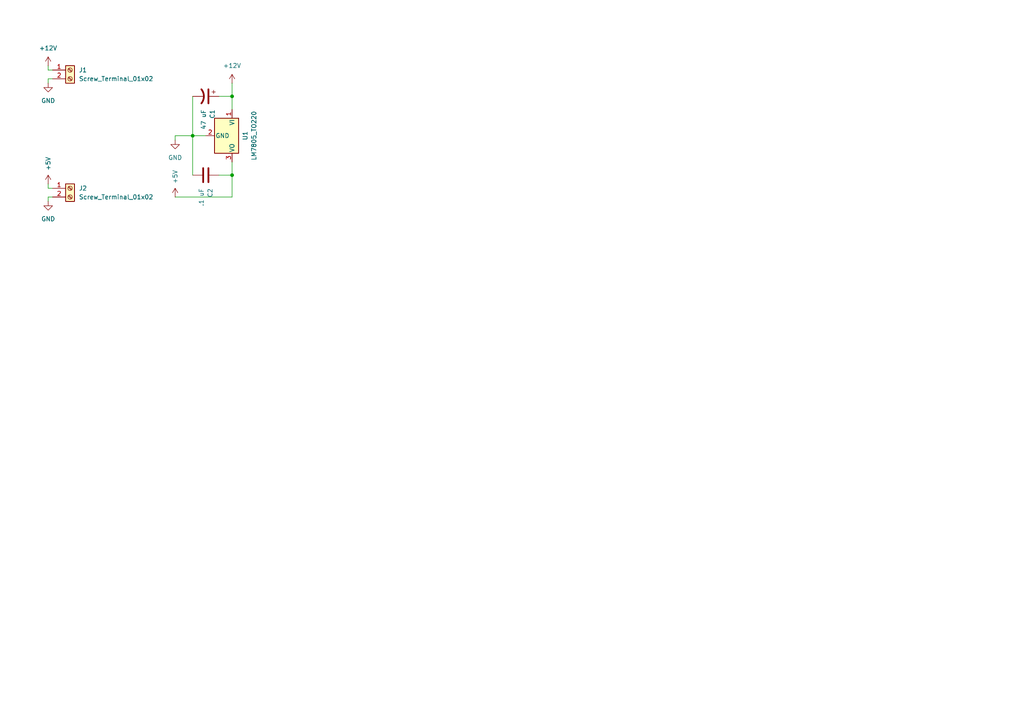
<source format=kicad_sch>
(kicad_sch
	(version 20250114)
	(generator "eeschema")
	(generator_version "9.0")
	(uuid "56326488-a2db-4f51-af84-6c2efc597ce8")
	(paper "A4")
	(title_block
		(title "12v to 5v Inverter")
		(date "10/6/2025")
		(rev "1.0.0")
		(company "PCR")
		(comment 1 "©2025, Aiden Nemec.")
	)
	(lib_symbols
		(symbol "Connector:Screw_Terminal_01x02"
			(pin_names
				(offset 1.016)
				(hide yes)
			)
			(exclude_from_sim no)
			(in_bom yes)
			(on_board yes)
			(property "Reference" "J"
				(at 0 2.54 0)
				(effects
					(font
						(size 1.27 1.27)
					)
				)
			)
			(property "Value" "Screw_Terminal_01x02"
				(at 0 -5.08 0)
				(effects
					(font
						(size 1.27 1.27)
					)
				)
			)
			(property "Footprint" ""
				(at 0 0 0)
				(effects
					(font
						(size 1.27 1.27)
					)
					(hide yes)
				)
			)
			(property "Datasheet" "~"
				(at 0 0 0)
				(effects
					(font
						(size 1.27 1.27)
					)
					(hide yes)
				)
			)
			(property "Description" "Generic screw terminal, single row, 01x02, script generated (kicad-library-utils/schlib/autogen/connector/)"
				(at 0 0 0)
				(effects
					(font
						(size 1.27 1.27)
					)
					(hide yes)
				)
			)
			(property "ki_keywords" "screw terminal"
				(at 0 0 0)
				(effects
					(font
						(size 1.27 1.27)
					)
					(hide yes)
				)
			)
			(property "ki_fp_filters" "TerminalBlock*:*"
				(at 0 0 0)
				(effects
					(font
						(size 1.27 1.27)
					)
					(hide yes)
				)
			)
			(symbol "Screw_Terminal_01x02_1_1"
				(rectangle
					(start -1.27 1.27)
					(end 1.27 -3.81)
					(stroke
						(width 0.254)
						(type default)
					)
					(fill
						(type background)
					)
				)
				(polyline
					(pts
						(xy -0.5334 0.3302) (xy 0.3302 -0.508)
					)
					(stroke
						(width 0.1524)
						(type default)
					)
					(fill
						(type none)
					)
				)
				(polyline
					(pts
						(xy -0.5334 -2.2098) (xy 0.3302 -3.048)
					)
					(stroke
						(width 0.1524)
						(type default)
					)
					(fill
						(type none)
					)
				)
				(polyline
					(pts
						(xy -0.3556 0.508) (xy 0.508 -0.3302)
					)
					(stroke
						(width 0.1524)
						(type default)
					)
					(fill
						(type none)
					)
				)
				(polyline
					(pts
						(xy -0.3556 -2.032) (xy 0.508 -2.8702)
					)
					(stroke
						(width 0.1524)
						(type default)
					)
					(fill
						(type none)
					)
				)
				(circle
					(center 0 0)
					(radius 0.635)
					(stroke
						(width 0.1524)
						(type default)
					)
					(fill
						(type none)
					)
				)
				(circle
					(center 0 -2.54)
					(radius 0.635)
					(stroke
						(width 0.1524)
						(type default)
					)
					(fill
						(type none)
					)
				)
				(pin passive line
					(at -5.08 0 0)
					(length 3.81)
					(name "Pin_1"
						(effects
							(font
								(size 1.27 1.27)
							)
						)
					)
					(number "1"
						(effects
							(font
								(size 1.27 1.27)
							)
						)
					)
				)
				(pin passive line
					(at -5.08 -2.54 0)
					(length 3.81)
					(name "Pin_2"
						(effects
							(font
								(size 1.27 1.27)
							)
						)
					)
					(number "2"
						(effects
							(font
								(size 1.27 1.27)
							)
						)
					)
				)
			)
			(embedded_fonts no)
		)
		(symbol "Device:C"
			(pin_numbers
				(hide yes)
			)
			(pin_names
				(offset 0.254)
			)
			(exclude_from_sim no)
			(in_bom yes)
			(on_board yes)
			(property "Reference" "C"
				(at 0.635 2.54 0)
				(effects
					(font
						(size 1.27 1.27)
					)
					(justify left)
				)
			)
			(property "Value" "C"
				(at 0.635 -2.54 0)
				(effects
					(font
						(size 1.27 1.27)
					)
					(justify left)
				)
			)
			(property "Footprint" ""
				(at 0.9652 -3.81 0)
				(effects
					(font
						(size 1.27 1.27)
					)
					(hide yes)
				)
			)
			(property "Datasheet" "~"
				(at 0 0 0)
				(effects
					(font
						(size 1.27 1.27)
					)
					(hide yes)
				)
			)
			(property "Description" "Unpolarized capacitor"
				(at 0 0 0)
				(effects
					(font
						(size 1.27 1.27)
					)
					(hide yes)
				)
			)
			(property "ki_keywords" "cap capacitor"
				(at 0 0 0)
				(effects
					(font
						(size 1.27 1.27)
					)
					(hide yes)
				)
			)
			(property "ki_fp_filters" "C_*"
				(at 0 0 0)
				(effects
					(font
						(size 1.27 1.27)
					)
					(hide yes)
				)
			)
			(symbol "C_0_1"
				(polyline
					(pts
						(xy -2.032 0.762) (xy 2.032 0.762)
					)
					(stroke
						(width 0.508)
						(type default)
					)
					(fill
						(type none)
					)
				)
				(polyline
					(pts
						(xy -2.032 -0.762) (xy 2.032 -0.762)
					)
					(stroke
						(width 0.508)
						(type default)
					)
					(fill
						(type none)
					)
				)
			)
			(symbol "C_1_1"
				(pin passive line
					(at 0 3.81 270)
					(length 2.794)
					(name "~"
						(effects
							(font
								(size 1.27 1.27)
							)
						)
					)
					(number "1"
						(effects
							(font
								(size 1.27 1.27)
							)
						)
					)
				)
				(pin passive line
					(at 0 -3.81 90)
					(length 2.794)
					(name "~"
						(effects
							(font
								(size 1.27 1.27)
							)
						)
					)
					(number "2"
						(effects
							(font
								(size 1.27 1.27)
							)
						)
					)
				)
			)
			(embedded_fonts no)
		)
		(symbol "Device:C_Polarized_US"
			(pin_numbers
				(hide yes)
			)
			(pin_names
				(offset 0.254)
				(hide yes)
			)
			(exclude_from_sim no)
			(in_bom yes)
			(on_board yes)
			(property "Reference" "C"
				(at 0.635 2.54 0)
				(effects
					(font
						(size 1.27 1.27)
					)
					(justify left)
				)
			)
			(property "Value" "C_Polarized_US"
				(at 0.635 -2.54 0)
				(effects
					(font
						(size 1.27 1.27)
					)
					(justify left)
				)
			)
			(property "Footprint" ""
				(at 0 0 0)
				(effects
					(font
						(size 1.27 1.27)
					)
					(hide yes)
				)
			)
			(property "Datasheet" "~"
				(at 0 0 0)
				(effects
					(font
						(size 1.27 1.27)
					)
					(hide yes)
				)
			)
			(property "Description" "Polarized capacitor, US symbol"
				(at 0 0 0)
				(effects
					(font
						(size 1.27 1.27)
					)
					(hide yes)
				)
			)
			(property "ki_keywords" "cap capacitor"
				(at 0 0 0)
				(effects
					(font
						(size 1.27 1.27)
					)
					(hide yes)
				)
			)
			(property "ki_fp_filters" "CP_*"
				(at 0 0 0)
				(effects
					(font
						(size 1.27 1.27)
					)
					(hide yes)
				)
			)
			(symbol "C_Polarized_US_0_1"
				(polyline
					(pts
						(xy -2.032 0.762) (xy 2.032 0.762)
					)
					(stroke
						(width 0.508)
						(type default)
					)
					(fill
						(type none)
					)
				)
				(polyline
					(pts
						(xy -1.778 2.286) (xy -0.762 2.286)
					)
					(stroke
						(width 0)
						(type default)
					)
					(fill
						(type none)
					)
				)
				(polyline
					(pts
						(xy -1.27 1.778) (xy -1.27 2.794)
					)
					(stroke
						(width 0)
						(type default)
					)
					(fill
						(type none)
					)
				)
				(arc
					(start -2.032 -1.27)
					(mid 0 -0.5572)
					(end 2.032 -1.27)
					(stroke
						(width 0.508)
						(type default)
					)
					(fill
						(type none)
					)
				)
			)
			(symbol "C_Polarized_US_1_1"
				(pin passive line
					(at 0 3.81 270)
					(length 2.794)
					(name "~"
						(effects
							(font
								(size 1.27 1.27)
							)
						)
					)
					(number "1"
						(effects
							(font
								(size 1.27 1.27)
							)
						)
					)
				)
				(pin passive line
					(at 0 -3.81 90)
					(length 3.302)
					(name "~"
						(effects
							(font
								(size 1.27 1.27)
							)
						)
					)
					(number "2"
						(effects
							(font
								(size 1.27 1.27)
							)
						)
					)
				)
			)
			(embedded_fonts no)
		)
		(symbol "Regulator_Linear:LM7805_TO220"
			(pin_names
				(offset 0.254)
			)
			(exclude_from_sim no)
			(in_bom yes)
			(on_board yes)
			(property "Reference" "U"
				(at -3.81 3.175 0)
				(effects
					(font
						(size 1.27 1.27)
					)
				)
			)
			(property "Value" "LM7805_TO220"
				(at 0 3.175 0)
				(effects
					(font
						(size 1.27 1.27)
					)
					(justify left)
				)
			)
			(property "Footprint" "Package_TO_SOT_THT:TO-220-3_Vertical"
				(at 0 5.715 0)
				(effects
					(font
						(size 1.27 1.27)
						(italic yes)
					)
					(hide yes)
				)
			)
			(property "Datasheet" "https://www.onsemi.cn/PowerSolutions/document/MC7800-D.PDF"
				(at 0 -1.27 0)
				(effects
					(font
						(size 1.27 1.27)
					)
					(hide yes)
				)
			)
			(property "Description" "Positive 1A 35V Linear Regulator, Fixed Output 5V, TO-220"
				(at 0 0 0)
				(effects
					(font
						(size 1.27 1.27)
					)
					(hide yes)
				)
			)
			(property "ki_keywords" "Voltage Regulator 1A Positive"
				(at 0 0 0)
				(effects
					(font
						(size 1.27 1.27)
					)
					(hide yes)
				)
			)
			(property "ki_fp_filters" "TO?220*"
				(at 0 0 0)
				(effects
					(font
						(size 1.27 1.27)
					)
					(hide yes)
				)
			)
			(symbol "LM7805_TO220_0_1"
				(rectangle
					(start -5.08 1.905)
					(end 5.08 -5.08)
					(stroke
						(width 0.254)
						(type default)
					)
					(fill
						(type background)
					)
				)
			)
			(symbol "LM7805_TO220_1_1"
				(pin power_in line
					(at -7.62 0 0)
					(length 2.54)
					(name "VI"
						(effects
							(font
								(size 1.27 1.27)
							)
						)
					)
					(number "1"
						(effects
							(font
								(size 1.27 1.27)
							)
						)
					)
				)
				(pin power_in line
					(at 0 -7.62 90)
					(length 2.54)
					(name "GND"
						(effects
							(font
								(size 1.27 1.27)
							)
						)
					)
					(number "2"
						(effects
							(font
								(size 1.27 1.27)
							)
						)
					)
				)
				(pin power_out line
					(at 7.62 0 180)
					(length 2.54)
					(name "VO"
						(effects
							(font
								(size 1.27 1.27)
							)
						)
					)
					(number "3"
						(effects
							(font
								(size 1.27 1.27)
							)
						)
					)
				)
			)
			(embedded_fonts no)
		)
		(symbol "power:+12V"
			(power)
			(pin_numbers
				(hide yes)
			)
			(pin_names
				(offset 0)
				(hide yes)
			)
			(exclude_from_sim no)
			(in_bom yes)
			(on_board yes)
			(property "Reference" "#PWR"
				(at 0 -3.81 0)
				(effects
					(font
						(size 1.27 1.27)
					)
					(hide yes)
				)
			)
			(property "Value" "+12V"
				(at 0 3.556 0)
				(effects
					(font
						(size 1.27 1.27)
					)
				)
			)
			(property "Footprint" ""
				(at 0 0 0)
				(effects
					(font
						(size 1.27 1.27)
					)
					(hide yes)
				)
			)
			(property "Datasheet" ""
				(at 0 0 0)
				(effects
					(font
						(size 1.27 1.27)
					)
					(hide yes)
				)
			)
			(property "Description" "Power symbol creates a global label with name \"+12V\""
				(at 0 0 0)
				(effects
					(font
						(size 1.27 1.27)
					)
					(hide yes)
				)
			)
			(property "ki_keywords" "global power"
				(at 0 0 0)
				(effects
					(font
						(size 1.27 1.27)
					)
					(hide yes)
				)
			)
			(symbol "+12V_0_1"
				(polyline
					(pts
						(xy -0.762 1.27) (xy 0 2.54)
					)
					(stroke
						(width 0)
						(type default)
					)
					(fill
						(type none)
					)
				)
				(polyline
					(pts
						(xy 0 2.54) (xy 0.762 1.27)
					)
					(stroke
						(width 0)
						(type default)
					)
					(fill
						(type none)
					)
				)
				(polyline
					(pts
						(xy 0 0) (xy 0 2.54)
					)
					(stroke
						(width 0)
						(type default)
					)
					(fill
						(type none)
					)
				)
			)
			(symbol "+12V_1_1"
				(pin power_in line
					(at 0 0 90)
					(length 0)
					(name "~"
						(effects
							(font
								(size 1.27 1.27)
							)
						)
					)
					(number "1"
						(effects
							(font
								(size 1.27 1.27)
							)
						)
					)
				)
			)
			(embedded_fonts no)
		)
		(symbol "power:+5V"
			(power)
			(pin_numbers
				(hide yes)
			)
			(pin_names
				(offset 0)
				(hide yes)
			)
			(exclude_from_sim no)
			(in_bom yes)
			(on_board yes)
			(property "Reference" "#PWR"
				(at 0 -3.81 0)
				(effects
					(font
						(size 1.27 1.27)
					)
					(hide yes)
				)
			)
			(property "Value" "+5V"
				(at 0 3.556 0)
				(effects
					(font
						(size 1.27 1.27)
					)
				)
			)
			(property "Footprint" ""
				(at 0 0 0)
				(effects
					(font
						(size 1.27 1.27)
					)
					(hide yes)
				)
			)
			(property "Datasheet" ""
				(at 0 0 0)
				(effects
					(font
						(size 1.27 1.27)
					)
					(hide yes)
				)
			)
			(property "Description" "Power symbol creates a global label with name \"+5V\""
				(at 0 0 0)
				(effects
					(font
						(size 1.27 1.27)
					)
					(hide yes)
				)
			)
			(property "ki_keywords" "global power"
				(at 0 0 0)
				(effects
					(font
						(size 1.27 1.27)
					)
					(hide yes)
				)
			)
			(symbol "+5V_0_1"
				(polyline
					(pts
						(xy -0.762 1.27) (xy 0 2.54)
					)
					(stroke
						(width 0)
						(type default)
					)
					(fill
						(type none)
					)
				)
				(polyline
					(pts
						(xy 0 2.54) (xy 0.762 1.27)
					)
					(stroke
						(width 0)
						(type default)
					)
					(fill
						(type none)
					)
				)
				(polyline
					(pts
						(xy 0 0) (xy 0 2.54)
					)
					(stroke
						(width 0)
						(type default)
					)
					(fill
						(type none)
					)
				)
			)
			(symbol "+5V_1_1"
				(pin power_in line
					(at 0 0 90)
					(length 0)
					(name "~"
						(effects
							(font
								(size 1.27 1.27)
							)
						)
					)
					(number "1"
						(effects
							(font
								(size 1.27 1.27)
							)
						)
					)
				)
			)
			(embedded_fonts no)
		)
		(symbol "power:GND"
			(power)
			(pin_numbers
				(hide yes)
			)
			(pin_names
				(offset 0)
				(hide yes)
			)
			(exclude_from_sim no)
			(in_bom yes)
			(on_board yes)
			(property "Reference" "#PWR"
				(at 0 -6.35 0)
				(effects
					(font
						(size 1.27 1.27)
					)
					(hide yes)
				)
			)
			(property "Value" "GND"
				(at 0 -3.81 0)
				(effects
					(font
						(size 1.27 1.27)
					)
				)
			)
			(property "Footprint" ""
				(at 0 0 0)
				(effects
					(font
						(size 1.27 1.27)
					)
					(hide yes)
				)
			)
			(property "Datasheet" ""
				(at 0 0 0)
				(effects
					(font
						(size 1.27 1.27)
					)
					(hide yes)
				)
			)
			(property "Description" "Power symbol creates a global label with name \"GND\" , ground"
				(at 0 0 0)
				(effects
					(font
						(size 1.27 1.27)
					)
					(hide yes)
				)
			)
			(property "ki_keywords" "global power"
				(at 0 0 0)
				(effects
					(font
						(size 1.27 1.27)
					)
					(hide yes)
				)
			)
			(symbol "GND_0_1"
				(polyline
					(pts
						(xy 0 0) (xy 0 -1.27) (xy 1.27 -1.27) (xy 0 -2.54) (xy -1.27 -1.27) (xy 0 -1.27)
					)
					(stroke
						(width 0)
						(type default)
					)
					(fill
						(type none)
					)
				)
			)
			(symbol "GND_1_1"
				(pin power_in line
					(at 0 0 270)
					(length 0)
					(name "~"
						(effects
							(font
								(size 1.27 1.27)
							)
						)
					)
					(number "1"
						(effects
							(font
								(size 1.27 1.27)
							)
						)
					)
				)
			)
			(embedded_fonts no)
		)
	)
	(junction
		(at 67.31 27.94)
		(diameter 0)
		(color 0 0 0 0)
		(uuid "0bda7e49-5a63-40de-adc4-406d4251e826")
	)
	(junction
		(at 67.31 50.8)
		(diameter 0)
		(color 0 0 0 0)
		(uuid "36908fdc-bc19-4f80-965d-2e150e193b30")
	)
	(junction
		(at 55.88 39.37)
		(diameter 0)
		(color 0 0 0 0)
		(uuid "d10035a7-7a0c-4226-aa82-acffddf2e22e")
	)
	(wire
		(pts
			(xy 13.97 22.86) (xy 15.24 22.86)
		)
		(stroke
			(width 0)
			(type default)
		)
		(uuid "028ab53f-3d95-4154-ba9d-c4e0aa05aa81")
	)
	(wire
		(pts
			(xy 13.97 20.32) (xy 13.97 19.05)
		)
		(stroke
			(width 0)
			(type default)
		)
		(uuid "0f9a3fb3-d807-46f0-a9c2-6b22252a39b9")
	)
	(wire
		(pts
			(xy 55.88 39.37) (xy 55.88 50.8)
		)
		(stroke
			(width 0)
			(type default)
		)
		(uuid "30518993-5b68-4e05-9c1f-8b518754f3bf")
	)
	(wire
		(pts
			(xy 50.8 39.37) (xy 55.88 39.37)
		)
		(stroke
			(width 0)
			(type default)
		)
		(uuid "3a0fa607-b733-4f9f-8c7f-eeb98dabc97a")
	)
	(wire
		(pts
			(xy 63.5 50.8) (xy 67.31 50.8)
		)
		(stroke
			(width 0)
			(type default)
		)
		(uuid "42a0e076-88eb-4d3b-a5e2-fc73459ecc44")
	)
	(wire
		(pts
			(xy 67.31 27.94) (xy 67.31 31.75)
		)
		(stroke
			(width 0)
			(type default)
		)
		(uuid "49f7658c-488b-458d-b1cf-e288022e7bfa")
	)
	(wire
		(pts
			(xy 13.97 53.34) (xy 13.97 54.61)
		)
		(stroke
			(width 0)
			(type default)
		)
		(uuid "4b1ed862-71ae-46de-9834-9bc02219a461")
	)
	(wire
		(pts
			(xy 67.31 27.94) (xy 63.5 27.94)
		)
		(stroke
			(width 0)
			(type default)
		)
		(uuid "5b8c7b1a-fdf7-4d25-aef5-cd8c529fabdc")
	)
	(wire
		(pts
			(xy 67.31 57.15) (xy 67.31 50.8)
		)
		(stroke
			(width 0)
			(type default)
		)
		(uuid "6b1cafda-7cbe-46ad-8c4b-bfd8ef6b3ab0")
	)
	(wire
		(pts
			(xy 50.8 40.64) (xy 50.8 39.37)
		)
		(stroke
			(width 0)
			(type default)
		)
		(uuid "950a8654-5c09-47be-bb11-f9db9559e3b6")
	)
	(wire
		(pts
			(xy 50.8 57.15) (xy 67.31 57.15)
		)
		(stroke
			(width 0)
			(type default)
		)
		(uuid "aa8316ae-5ac2-4e16-811c-3830b152fbea")
	)
	(wire
		(pts
			(xy 15.24 20.32) (xy 13.97 20.32)
		)
		(stroke
			(width 0)
			(type default)
		)
		(uuid "b116cd9f-57ae-43c4-ac66-3544d9464760")
	)
	(wire
		(pts
			(xy 13.97 57.15) (xy 13.97 58.42)
		)
		(stroke
			(width 0)
			(type default)
		)
		(uuid "bebf8596-b41e-4171-9351-bd9e962b4ee7")
	)
	(wire
		(pts
			(xy 55.88 39.37) (xy 55.88 27.94)
		)
		(stroke
			(width 0)
			(type default)
		)
		(uuid "c195450a-77d4-424b-8be2-8ae506174774")
	)
	(wire
		(pts
			(xy 67.31 50.8) (xy 67.31 46.99)
		)
		(stroke
			(width 0)
			(type default)
		)
		(uuid "c99c5e96-f608-4944-8d54-e1740fb7e878")
	)
	(wire
		(pts
			(xy 59.69 39.37) (xy 55.88 39.37)
		)
		(stroke
			(width 0)
			(type default)
		)
		(uuid "d9162369-cea1-4918-90fc-99851a6c4e78")
	)
	(wire
		(pts
			(xy 13.97 24.13) (xy 13.97 22.86)
		)
		(stroke
			(width 0)
			(type default)
		)
		(uuid "db618d52-d31d-4f0a-ab03-bafd4f9a4e6c")
	)
	(wire
		(pts
			(xy 13.97 54.61) (xy 15.24 54.61)
		)
		(stroke
			(width 0)
			(type default)
		)
		(uuid "e122d914-9b52-41a9-8e4c-9a595284d850")
	)
	(wire
		(pts
			(xy 15.24 57.15) (xy 13.97 57.15)
		)
		(stroke
			(width 0)
			(type default)
		)
		(uuid "ec93a2ba-0467-4e11-a768-68191e8e5cd3")
	)
	(wire
		(pts
			(xy 67.31 24.13) (xy 67.31 27.94)
		)
		(stroke
			(width 0)
			(type default)
		)
		(uuid "f52cefd6-c716-4c2b-bd05-526243343f3d")
	)
	(symbol
		(lib_id "power:GND")
		(at 50.8 40.64 0)
		(unit 1)
		(exclude_from_sim no)
		(in_bom yes)
		(on_board yes)
		(dnp no)
		(fields_autoplaced yes)
		(uuid "2066537f-2c61-493d-be8c-d77d751a345b")
		(property "Reference" "#PWR05"
			(at 50.8 46.99 0)
			(effects
				(font
					(size 1.27 1.27)
				)
				(hide yes)
			)
		)
		(property "Value" "GND"
			(at 50.8 45.72 0)
			(effects
				(font
					(size 1.27 1.27)
				)
			)
		)
		(property "Footprint" ""
			(at 50.8 40.64 0)
			(effects
				(font
					(size 1.27 1.27)
				)
				(hide yes)
			)
		)
		(property "Datasheet" ""
			(at 50.8 40.64 0)
			(effects
				(font
					(size 1.27 1.27)
				)
				(hide yes)
			)
		)
		(property "Description" "Power symbol creates a global label with name \"GND\" , ground"
			(at 50.8 40.64 0)
			(effects
				(font
					(size 1.27 1.27)
				)
				(hide yes)
			)
		)
		(pin "1"
			(uuid "2a34f3c9-69d0-4959-9f25-f958a464834f")
		)
		(instances
			(project "KiCad test Of knowledge"
				(path "/56326488-a2db-4f51-af84-6c2efc597ce8"
					(reference "#PWR05")
					(unit 1)
				)
			)
		)
	)
	(symbol
		(lib_id "power:GND")
		(at 13.97 58.42 0)
		(unit 1)
		(exclude_from_sim no)
		(in_bom yes)
		(on_board yes)
		(dnp no)
		(fields_autoplaced yes)
		(uuid "47c9233e-6ab4-4419-943c-08f576daf66c")
		(property "Reference" "#PWR04"
			(at 13.97 64.77 0)
			(effects
				(font
					(size 1.27 1.27)
				)
				(hide yes)
			)
		)
		(property "Value" "GND"
			(at 13.97 63.5 0)
			(effects
				(font
					(size 1.27 1.27)
				)
			)
		)
		(property "Footprint" ""
			(at 13.97 58.42 0)
			(effects
				(font
					(size 1.27 1.27)
				)
				(hide yes)
			)
		)
		(property "Datasheet" ""
			(at 13.97 58.42 0)
			(effects
				(font
					(size 1.27 1.27)
				)
				(hide yes)
			)
		)
		(property "Description" "Power symbol creates a global label with name \"GND\" , ground"
			(at 13.97 58.42 0)
			(effects
				(font
					(size 1.27 1.27)
				)
				(hide yes)
			)
		)
		(pin "1"
			(uuid "c5b72710-402f-424f-ad26-319c37a96483")
		)
		(instances
			(project "KiCad test Of knowledge"
				(path "/56326488-a2db-4f51-af84-6c2efc597ce8"
					(reference "#PWR04")
					(unit 1)
				)
			)
		)
	)
	(symbol
		(lib_id "power:+12V")
		(at 13.97 19.05 0)
		(unit 1)
		(exclude_from_sim no)
		(in_bom yes)
		(on_board yes)
		(dnp no)
		(fields_autoplaced yes)
		(uuid "6287423a-e6e8-47b6-8197-ccc172f9c73a")
		(property "Reference" "#PWR01"
			(at 13.97 22.86 0)
			(effects
				(font
					(size 1.27 1.27)
				)
				(hide yes)
			)
		)
		(property "Value" "+12V"
			(at 13.97 13.97 0)
			(effects
				(font
					(size 1.27 1.27)
				)
			)
		)
		(property "Footprint" ""
			(at 13.97 19.05 0)
			(effects
				(font
					(size 1.27 1.27)
				)
				(hide yes)
			)
		)
		(property "Datasheet" ""
			(at 13.97 19.05 0)
			(effects
				(font
					(size 1.27 1.27)
				)
				(hide yes)
			)
		)
		(property "Description" "Power symbol creates a global label with name \"+12V\""
			(at 13.97 19.05 0)
			(effects
				(font
					(size 1.27 1.27)
				)
				(hide yes)
			)
		)
		(pin "1"
			(uuid "7a349553-5395-44ad-9af6-95442e9dbe0d")
		)
		(instances
			(project ""
				(path "/56326488-a2db-4f51-af84-6c2efc597ce8"
					(reference "#PWR01")
					(unit 1)
				)
			)
		)
	)
	(symbol
		(lib_id "Connector:Screw_Terminal_01x02")
		(at 20.32 20.32 0)
		(unit 1)
		(exclude_from_sim no)
		(in_bom yes)
		(on_board yes)
		(dnp no)
		(fields_autoplaced yes)
		(uuid "650e5e85-4a72-451c-a1c9-a39b1a2d340f")
		(property "Reference" "J1"
			(at 22.86 20.3199 0)
			(effects
				(font
					(size 1.27 1.27)
				)
				(justify left)
			)
		)
		(property "Value" "Screw_Terminal_01x02"
			(at 22.86 22.8599 0)
			(effects
				(font
					(size 1.27 1.27)
				)
				(justify left)
			)
		)
		(property "Footprint" "TerminalBlock_4Ucon:TerminalBlock_4Ucon_1x02_P3.50mm_Vertical"
			(at 20.32 20.32 0)
			(effects
				(font
					(size 1.27 1.27)
				)
				(hide yes)
			)
		)
		(property "Datasheet" "~"
			(at 20.32 20.32 0)
			(effects
				(font
					(size 1.27 1.27)
				)
				(hide yes)
			)
		)
		(property "Description" "Generic screw terminal, single row, 01x02, script generated (kicad-library-utils/schlib/autogen/connector/)"
			(at 20.32 20.32 0)
			(effects
				(font
					(size 1.27 1.27)
				)
				(hide yes)
			)
		)
		(pin "2"
			(uuid "a2b0d0ae-0f12-4a5e-9e63-c763512307eb")
		)
		(pin "1"
			(uuid "12dddd50-9d4a-4471-bafa-b0571dfd3792")
		)
		(instances
			(project ""
				(path "/56326488-a2db-4f51-af84-6c2efc597ce8"
					(reference "J1")
					(unit 1)
				)
			)
		)
	)
	(symbol
		(lib_id "power:+12V")
		(at 67.31 24.13 0)
		(unit 1)
		(exclude_from_sim no)
		(in_bom yes)
		(on_board yes)
		(dnp no)
		(fields_autoplaced yes)
		(uuid "7038b0f4-4a6a-4ccc-833b-e2998c9e07be")
		(property "Reference" "#PWR06"
			(at 67.31 27.94 0)
			(effects
				(font
					(size 1.27 1.27)
				)
				(hide yes)
			)
		)
		(property "Value" "+12V"
			(at 67.31 19.05 0)
			(effects
				(font
					(size 1.27 1.27)
				)
			)
		)
		(property "Footprint" ""
			(at 67.31 24.13 0)
			(effects
				(font
					(size 1.27 1.27)
				)
				(hide yes)
			)
		)
		(property "Datasheet" ""
			(at 67.31 24.13 0)
			(effects
				(font
					(size 1.27 1.27)
				)
				(hide yes)
			)
		)
		(property "Description" "Power symbol creates a global label with name \"+12V\""
			(at 67.31 24.13 0)
			(effects
				(font
					(size 1.27 1.27)
				)
				(hide yes)
			)
		)
		(pin "1"
			(uuid "66967366-f2e4-44a2-af87-6543a1b4c769")
		)
		(instances
			(project "KiCad test Of knowledge"
				(path "/56326488-a2db-4f51-af84-6c2efc597ce8"
					(reference "#PWR06")
					(unit 1)
				)
			)
		)
	)
	(symbol
		(lib_id "power:+5V")
		(at 50.8 57.15 0)
		(unit 1)
		(exclude_from_sim no)
		(in_bom yes)
		(on_board yes)
		(dnp no)
		(uuid "7a557c13-1e27-4fe0-b09c-138fec560af9")
		(property "Reference" "#PWR07"
			(at 50.8 60.96 0)
			(effects
				(font
					(size 1.27 1.27)
				)
				(hide yes)
			)
		)
		(property "Value" "+5V"
			(at 50.8001 53.34 90)
			(effects
				(font
					(size 1.27 1.27)
				)
				(justify left)
			)
		)
		(property "Footprint" ""
			(at 50.8 57.15 0)
			(effects
				(font
					(size 1.27 1.27)
				)
				(hide yes)
			)
		)
		(property "Datasheet" ""
			(at 50.8 57.15 0)
			(effects
				(font
					(size 1.27 1.27)
				)
				(hide yes)
			)
		)
		(property "Description" "Power symbol creates a global label with name \"+5V\""
			(at 50.8 57.15 0)
			(effects
				(font
					(size 1.27 1.27)
				)
				(hide yes)
			)
		)
		(pin "1"
			(uuid "d1ad7553-819c-432c-bf43-7e83f2615d63")
		)
		(instances
			(project "KiCad test Of knowledge"
				(path "/56326488-a2db-4f51-af84-6c2efc597ce8"
					(reference "#PWR07")
					(unit 1)
				)
			)
		)
	)
	(symbol
		(lib_id "power:GND")
		(at 13.97 24.13 0)
		(unit 1)
		(exclude_from_sim no)
		(in_bom yes)
		(on_board yes)
		(dnp no)
		(fields_autoplaced yes)
		(uuid "9966826d-5312-482a-94ca-408f3ff4fc10")
		(property "Reference" "#PWR02"
			(at 13.97 30.48 0)
			(effects
				(font
					(size 1.27 1.27)
				)
				(hide yes)
			)
		)
		(property "Value" "GND"
			(at 13.97 29.21 0)
			(effects
				(font
					(size 1.27 1.27)
				)
			)
		)
		(property "Footprint" ""
			(at 13.97 24.13 0)
			(effects
				(font
					(size 1.27 1.27)
				)
				(hide yes)
			)
		)
		(property "Datasheet" ""
			(at 13.97 24.13 0)
			(effects
				(font
					(size 1.27 1.27)
				)
				(hide yes)
			)
		)
		(property "Description" "Power symbol creates a global label with name \"GND\" , ground"
			(at 13.97 24.13 0)
			(effects
				(font
					(size 1.27 1.27)
				)
				(hide yes)
			)
		)
		(pin "1"
			(uuid "c7cc3561-9ed2-4340-9c88-a2ce06ad1e24")
		)
		(instances
			(project ""
				(path "/56326488-a2db-4f51-af84-6c2efc597ce8"
					(reference "#PWR02")
					(unit 1)
				)
			)
		)
	)
	(symbol
		(lib_id "Device:C_Polarized_US")
		(at 59.69 27.94 270)
		(unit 1)
		(exclude_from_sim no)
		(in_bom yes)
		(on_board yes)
		(dnp no)
		(uuid "a7528c49-fccb-4c88-9408-f1e74c965c7d")
		(property "Reference" "C1"
			(at 61.5951 31.75 0)
			(effects
				(font
					(size 1.27 1.27)
				)
				(justify left)
			)
		)
		(property "Value" "47 uF"
			(at 59.0551 31.75 0)
			(effects
				(font
					(size 1.27 1.27)
				)
				(justify left)
			)
		)
		(property "Footprint" "Capacitor_THT:CP_Radial_D30.0mm_P10.00mm_SnapIn"
			(at 59.69 27.94 0)
			(effects
				(font
					(size 1.27 1.27)
				)
				(hide yes)
			)
		)
		(property "Datasheet" "~"
			(at 59.69 27.94 0)
			(effects
				(font
					(size 1.27 1.27)
				)
				(hide yes)
			)
		)
		(property "Description" "Polarized capacitor, US symbol"
			(at 59.69 27.94 0)
			(effects
				(font
					(size 1.27 1.27)
				)
				(hide yes)
			)
		)
		(pin "1"
			(uuid "b8d6339c-21c4-49c2-89f1-3d42de2861b6")
		)
		(pin "2"
			(uuid "8d20e255-4c3b-48c8-be12-fda32c1cfb7a")
		)
		(instances
			(project ""
				(path "/56326488-a2db-4f51-af84-6c2efc597ce8"
					(reference "C1")
					(unit 1)
				)
			)
		)
	)
	(symbol
		(lib_id "Connector:Screw_Terminal_01x02")
		(at 20.32 54.61 0)
		(unit 1)
		(exclude_from_sim no)
		(in_bom yes)
		(on_board yes)
		(dnp no)
		(fields_autoplaced yes)
		(uuid "bd74ab08-a184-48de-9ba6-0c39c472e886")
		(property "Reference" "J2"
			(at 22.86 54.6099 0)
			(effects
				(font
					(size 1.27 1.27)
				)
				(justify left)
			)
		)
		(property "Value" "Screw_Terminal_01x02"
			(at 22.86 57.1499 0)
			(effects
				(font
					(size 1.27 1.27)
				)
				(justify left)
			)
		)
		(property "Footprint" "TerminalBlock_4Ucon:TerminalBlock_4Ucon_1x02_P3.50mm_Vertical"
			(at 20.32 54.61 0)
			(effects
				(font
					(size 1.27 1.27)
				)
				(hide yes)
			)
		)
		(property "Datasheet" "~"
			(at 20.32 54.61 0)
			(effects
				(font
					(size 1.27 1.27)
				)
				(hide yes)
			)
		)
		(property "Description" "Generic screw terminal, single row, 01x02, script generated (kicad-library-utils/schlib/autogen/connector/)"
			(at 20.32 54.61 0)
			(effects
				(font
					(size 1.27 1.27)
				)
				(hide yes)
			)
		)
		(pin "2"
			(uuid "2c98633d-0537-468e-9e0c-3a92e868742c")
		)
		(pin "1"
			(uuid "6817ee82-7d93-4f21-961c-d22bfad91fae")
		)
		(instances
			(project "KiCad test Of knowledge"
				(path "/56326488-a2db-4f51-af84-6c2efc597ce8"
					(reference "J2")
					(unit 1)
				)
			)
		)
	)
	(symbol
		(lib_id "power:+5V")
		(at 13.97 53.34 0)
		(unit 1)
		(exclude_from_sim no)
		(in_bom yes)
		(on_board yes)
		(dnp no)
		(uuid "e2a441b6-3bcc-414a-80af-605b1f9d9fbb")
		(property "Reference" "#PWR03"
			(at 13.97 57.15 0)
			(effects
				(font
					(size 1.27 1.27)
				)
				(hide yes)
			)
		)
		(property "Value" "+5V"
			(at 13.9701 49.53 90)
			(effects
				(font
					(size 1.27 1.27)
				)
				(justify left)
			)
		)
		(property "Footprint" ""
			(at 13.97 53.34 0)
			(effects
				(font
					(size 1.27 1.27)
				)
				(hide yes)
			)
		)
		(property "Datasheet" ""
			(at 13.97 53.34 0)
			(effects
				(font
					(size 1.27 1.27)
				)
				(hide yes)
			)
		)
		(property "Description" "Power symbol creates a global label with name \"+5V\""
			(at 13.97 53.34 0)
			(effects
				(font
					(size 1.27 1.27)
				)
				(hide yes)
			)
		)
		(pin "1"
			(uuid "ca9b899b-450a-48cf-b3ae-45bdc4b6b34e")
		)
		(instances
			(project ""
				(path "/56326488-a2db-4f51-af84-6c2efc597ce8"
					(reference "#PWR03")
					(unit 1)
				)
			)
		)
	)
	(symbol
		(lib_id "Device:C")
		(at 59.69 50.8 270)
		(unit 1)
		(exclude_from_sim no)
		(in_bom yes)
		(on_board yes)
		(dnp no)
		(uuid "ee9b63ec-15bd-4523-b050-e64b35c50579")
		(property "Reference" "C2"
			(at 60.9601 54.61 0)
			(effects
				(font
					(size 1.27 1.27)
				)
				(justify left)
			)
		)
		(property "Value" ".1 uF"
			(at 58.4201 54.61 0)
			(effects
				(font
					(size 1.27 1.27)
				)
				(justify left)
			)
		)
		(property "Footprint" "Capacitor_SMD:C_0805_2012Metric"
			(at 55.88 51.7652 0)
			(effects
				(font
					(size 1.27 1.27)
				)
				(hide yes)
			)
		)
		(property "Datasheet" "~"
			(at 59.69 50.8 0)
			(effects
				(font
					(size 1.27 1.27)
				)
				(hide yes)
			)
		)
		(property "Description" "Unpolarized capacitor"
			(at 59.69 50.8 0)
			(effects
				(font
					(size 1.27 1.27)
				)
				(hide yes)
			)
		)
		(pin "2"
			(uuid "9f583096-813f-4d63-9dad-ff990bf01777")
		)
		(pin "1"
			(uuid "d2aed579-f4da-4419-8c88-9eafe173102a")
		)
		(instances
			(project ""
				(path "/56326488-a2db-4f51-af84-6c2efc597ce8"
					(reference "C2")
					(unit 1)
				)
			)
		)
	)
	(symbol
		(lib_id "Regulator_Linear:LM7805_TO220")
		(at 67.31 39.37 270)
		(unit 1)
		(exclude_from_sim no)
		(in_bom yes)
		(on_board yes)
		(dnp no)
		(fields_autoplaced yes)
		(uuid "f03b213f-cfe5-455e-bece-53cae1afbe43")
		(property "Reference" "U1"
			(at 71.12 39.37 0)
			(effects
				(font
					(size 1.27 1.27)
				)
			)
		)
		(property "Value" "LM7805_TO220"
			(at 73.66 39.37 0)
			(effects
				(font
					(size 1.27 1.27)
				)
			)
		)
		(property "Footprint" "Package_TO_SOT_THT:TO-220-3_Vertical"
			(at 73.025 39.37 0)
			(effects
				(font
					(size 1.27 1.27)
					(italic yes)
				)
				(hide yes)
			)
		)
		(property "Datasheet" "https://www.onsemi.cn/PowerSolutions/document/MC7800-D.PDF"
			(at 66.04 39.37 0)
			(effects
				(font
					(size 1.27 1.27)
				)
				(hide yes)
			)
		)
		(property "Description" "Positive 1A 35V Linear Regulator, Fixed Output 5V, TO-220"
			(at 67.31 39.37 0)
			(effects
				(font
					(size 1.27 1.27)
				)
				(hide yes)
			)
		)
		(pin "3"
			(uuid "bfe26e24-bf1c-4ac0-990d-69459cc001ef")
		)
		(pin "2"
			(uuid "324d8bec-28a0-4667-a23f-2b52ad73688b")
		)
		(pin "1"
			(uuid "d8034053-868f-45ab-be9a-26784eef1c09")
		)
		(instances
			(project ""
				(path "/56326488-a2db-4f51-af84-6c2efc597ce8"
					(reference "U1")
					(unit 1)
				)
			)
		)
	)
	(sheet_instances
		(path "/"
			(page "1")
		)
	)
	(embedded_fonts no)
)

</source>
